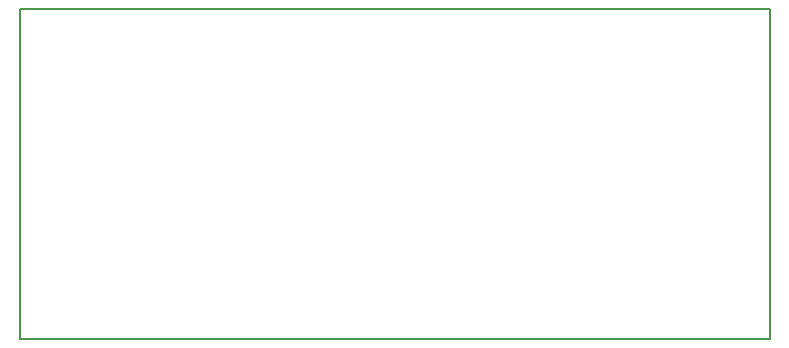
<source format=gbr>
%TF.FileFunction,Profile,NP*%
%FSLAX46Y46*%
G04 Gerber Fmt 4.6, Leading zero omitted, Abs format (unit mm)*
G04 Created by KiCad (PCBNEW (2015-02-11 BZR 5414)-product) date dim. 22 févr. 2015 23:01:40 CET*
%MOMM*%
G01*
G04 APERTURE LIST*
%ADD10C,0.150000*%
G04 APERTURE END LIST*
D10*
X137160000Y-81280000D02*
X137160000Y-53340000D01*
X200660000Y-81280000D02*
X137160000Y-81280000D01*
X200660000Y-53340000D02*
X200660000Y-81280000D01*
X137160000Y-53340000D02*
X200660000Y-53340000D01*
M02*

</source>
